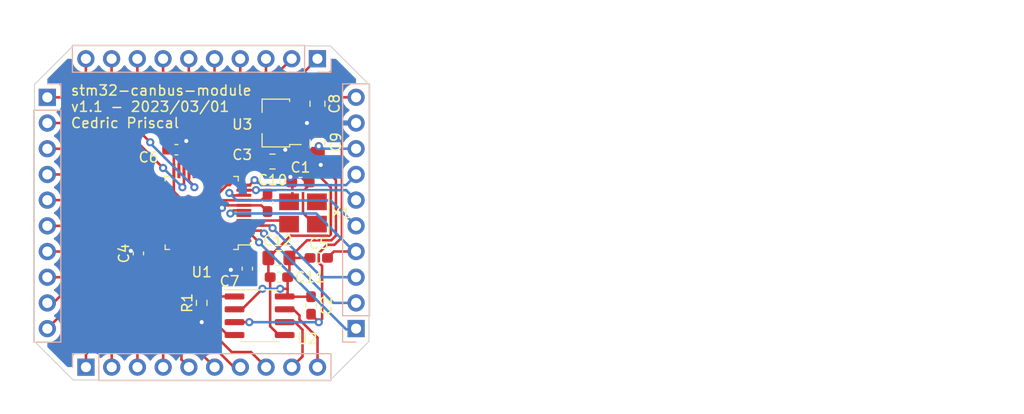
<source format=kicad_pcb>
(kicad_pcb (version 20221018) (generator pcbnew)
  (layers (0 "F.Cu" signal) (31 "B.Cu" signal) (34 "B.Paste" user) (35 "F.Paste" user) (36 "B.SilkS" user "B.Silkscreen") (37 "F.SilkS" user "F.Silkscreen") (38 "B.Mask" user) (39 "F.Mask" user) (44 "Edge.Cuts" user))
  (net 0 "")
  (net 1 "GND")
  (net 2 "3V3")
  (net 3 "~{RESET}")
  (net 4 "5V")
  (net 5 "PA3")
  (net 6 "PA4")
  (net 7 "PA5")
  (net 8 "PA6")
  (net 9 "PA7")
  (net 10 "PB0")
  (net 11 "PB1")
  (net 12 "PB2")
  (net 13 "PB10")
  (net 14 "PB11")
  (net 15 "PB12")
  (net 16 "PB13")
  (net 17 "PB14")
  (net 18 "PB15")
  (net 19 "PA8")
  (net 20 "PA9")
  (net 21 "PA10")
  (net 22 "PA11")
  (net 23 "PA12")
  (net 24 "SWDIO")
  (net 25 "SWCLK")
  (net 26 "PA15")
  (net 27 "PB3")
  (net 28 "PB4")
  (net 29 "PB5")
  (net 30 "PB6")
  (net 31 "PB7")
  (net 32 "BOOT0")
  (net 33 "PC13")
  (net 34 "PC14")
  (net 35 "PC15")
  (net 36 "PA0")
  (net 37 "PA1")
  (net 38 "PA2")
  (net 41 "CANH")
  (net 42 "CANL")
  (net 43 "8MHZ")
  (net 44 "CAN_RX")
  (net 45 "CAN_TX")
  (footprint "Package_TO_SOT_SMD:SOT-89-3" (layer "F.Cu") (at 152.09 88.415 180)
    (fp_text reference "U3" (at 3.62 -0.14) (layer "F.SilkS"))
    (fp_text value "AP7384-33Y")
    (pad "1" smd rect (at -1.65 -1.5 180) (size 1.3 0.9) (layers "F.Cu" "F.Paste" "F.Mask") (net 2 "3V3"))
    (pad "2" smd custom (at -1.5625 0 180) (size 1.475 0.9) (layers "F.Cu" "F.Paste" "F.Mask") (net 1 "GND") (options (clearance outline) (anchor rect)) (primitives (gr_poly (pts (xy 3.8625 0.8665) (xy 0.7375 0.8665) (xy 0.7375 -0.8665) (xy 3.8625 -0.8665)) (width 0) (fill yes))))
    (pad "3" smd rect (at -1.65 1.5 180) (size 1.3 0.9) (layers "F.Cu" "F.Paste" "F.Mask") (net 4 "5V"))
  )
  (footprint "Capacitor_SMD:C_0805_2012Metric_Pad1.18x1.45mm_HandSolder" (layer "F.Cu") (at 151.455 92.225)
    (fp_text reference "C3" (at -2.985 -0.67) (layer "F.SilkS"))
    (fp_text value "4.7uF")
    (pad "1" smd roundrect (at -1.0375 0) (size 1.175 1.45) (layers "F.Cu" "F.Paste" "F.Mask") (roundrect_rratio 0.212766) (net 2 "3V3"))
    (pad "2" smd roundrect (at 1.0375 0) (size 1.175 1.45) (layers "F.Cu" "F.Paste" "F.Mask") (roundrect_rratio 0.212766) (net 1 "GND"))
  )
  (footprint "Resistor_SMD:R_0603_1608Metric_Pad0.98x0.95mm_HandSolder" (layer "F.Cu") (at 144.47 106.195 90)
    (fp_text reference "R1" (at 0 -1.43 90) (layer "F.SilkS"))
    (fp_text value "10k")
    (pad "1" smd roundrect (at -0.9125 0 90) (size 0.975 0.95) (layers "F.Cu" "F.Paste" "F.Mask") (net 1 "GND"))
    (pad "2" smd roundrect (at 0.9125 0 90) (size 0.975 0.95) (layers "F.Cu" "F.Paste" "F.Mask") (net 32 "BOOT0"))
  )
  (footprint "Oscillator:Oscillator_SMD_Abracon_ASE-4Pin_3.2x2.5mm_HandSoldering" (layer "F.Cu") (at 154.47 97.305 180)
    (fp_text reference "X1" (at -3.75 0 180) (layer "F.SilkS"))
    (fp_text value "ASE-8.000MHZ-LC-T")
    (pad "1" smd rect (at -1.375 1.1 180) (size 1.95 1.65) (layers "F.Cu" "F.Paste" "F.Mask"))
    (pad "2" smd rect (at 1.375 1.1 180) (size 1.95 1.65) (layers "F.Cu" "F.Paste" "F.Mask") (net 1 "GND"))
    (pad "3" smd rect (at 1.375 -1.1 180) (size 1.95 1.65) (layers "F.Cu" "F.Paste" "F.Mask") (net 43 "8MHZ"))
    (pad "4" smd rect (at -1.375 -1.1 180) (size 1.95 1.65) (layers "F.Cu" "F.Paste" "F.Mask") (net 2 "3V3"))
  )
  (footprint "Capacitor_SMD:C_0603_1608Metric_Pad1.08x0.95mm_HandSolder" (layer "F.Cu") (at 155.265 106.449 90)
    (fp_text reference "C2" (at 0 1.524 90) (layer "F.SilkS"))
    (fp_text value "100nF")
    (pad "1" smd roundrect (at -0.8625 0 90) (size 1.075 0.95) (layers "F.Cu" "F.Paste" "F.Mask") (net 4 "5V"))
    (pad "2" smd roundrect (at 0.8625 0 90) (size 1.075 0.95) (layers "F.Cu" "F.Paste" "F.Mask") (net 1 "GND"))
  )
  (footprint "Capacitor_SMD:C_0805_2012Metric_Pad1.18x1.45mm_HandSolder" (layer "F.Cu") (at 152.09 101.75)
    (fp_text reference "C12" (at -0.12 -1.695) (layer "F.SilkS"))
    (fp_text value "22uF")
    (pad "1" smd roundrect (at -1.0375 0) (size 1.175 1.45) (layers "F.Cu" "F.Paste" "F.Mask") (roundrect_rratio 0.212766) (net 2 "3V3"))
    (pad "2" smd roundrect (at 1.0375 0) (size 1.175 1.45) (layers "F.Cu" "F.Paste" "F.Mask") (roundrect_rratio 0.212766) (net 1 "GND"))
  )
  (footprint "Capacitor_SMD:C_0603_1608Metric_Pad1.08x0.95mm_HandSolder" (layer "F.Cu") (at 154.22 94.305 180)
    (fp_text reference "C1" (at 0 1.5) (layer "F.SilkS"))
    (fp_text value "10nF")
    (pad "1" smd roundrect (at -0.8625 0 180) (size 1.075 0.95) (layers "F.Cu" "F.Paste" "F.Mask") (net 2 "3V3"))
    (pad "2" smd roundrect (at 0.8625 0 180) (size 1.075 0.95) (layers "F.Cu" "F.Paste" "F.Mask") (net 1 "GND"))
  )
  (footprint "Capacitor_SMD:C_0603_1608Metric_Pad1.08x0.95mm_HandSolder" (layer "F.Cu") (at 148.97 102.805 -90)
    (fp_text reference "C7" (at 1.25 1.75 180) (layer "F.SilkS"))
    (fp_text value "100nF")
    (pad "1" smd roundrect (at -0.8625 0 270) (size 1.075 0.95) (layers "F.Cu" "F.Paste" "F.Mask") (net 2 "3V3"))
    (pad "2" smd roundrect (at 0.8625 0 270) (size 1.075 0.95) (layers "F.Cu" "F.Paste" "F.Mask") (net 1 "GND"))
  )
  (footprint "Capacitor_SMD:C_0805_2012Metric_Pad1.18x1.45mm_HandSolder" (layer "F.Cu") (at 155.9 90.32 90)
    (fp_text reference "C9" (at 0.015 1.82 90) (layer "F.SilkS"))
    (fp_text value "1uF")
    (pad "1" smd roundrect (at -1.0375 0 90) (size 1.175 1.45) (layers "F.Cu" "F.Paste" "F.Mask") (roundrect_rratio 0.212766) (net 2 "3V3"))
    (pad "2" smd roundrect (at 1.0375 0 90) (size 1.175 1.45) (layers "F.Cu" "F.Paste" "F.Mask") (roundrect_rratio 0.212766) (net 1 "GND"))
  )
  (footprint "Capacitor_SMD:C_0603_1608Metric_Pad1.08x0.95mm_HandSolder" (layer "F.Cu") (at 156.027 101.75 180)
    (fp_text reference "C5" (at 0 1.397 180) (layer "F.SilkS"))
    (fp_text value "100nF")
    (pad "1" smd roundrect (at -0.8625 0 180) (size 1.075 0.95) (layers "F.Cu" "F.Paste" "F.Mask") (net 3 "~{RESET}"))
    (pad "2" smd roundrect (at 0.8625 0 180) (size 1.075 0.95) (layers "F.Cu" "F.Paste" "F.Mask") (net 1 "GND"))
  )
  (footprint "Capacitor_SMD:C_0603_1608Metric_Pad1.08x0.95mm_HandSolder" (layer "F.Cu") (at 141.97 91.055)
    (fp_text reference "C6" (at -2.75 0.75) (layer "F.SilkS"))
    (fp_text value "100nF")
    (pad "1" smd roundrect (at -0.8625 0) (size 1.075 0.95) (layers "F.Cu" "F.Paste" "F.Mask") (net 2 "3V3"))
    (pad "2" smd roundrect (at 0.8625 0) (size 1.075 0.95) (layers "F.Cu" "F.Paste" "F.Mask") (net 1 "GND"))
  )
  (footprint "Package_QFP:LQFP-48_7x7mm_P0.5mm" (layer "F.Cu") (at 144.47 97.305 180)
    (fp_text reference "U1" (at 0 -5.85) (layer "F.SilkS"))
    (fp_text value "STM32L431CCTx")
    (pad "1" smd roundrect (at -4.1625 -2.75 180) (size 1.475 0.3) (layers "F.Cu" "F.Paste" "F.Mask") (net 2 "3V3"))
    (pad "2" smd roundrect (at -4.1625 -2.25 180) (size 1.475 0.3) (layers "F.Cu" "F.Paste" "F.Mask") (net 33 "PC13"))
    (pad "3" smd roundrect (at -4.1625 -1.75 180) (size 1.475 0.3) (layers "F.Cu" "F.Paste" "F.Mask") (net 34 "PC14"))
    (pad "4" smd roundrect (at -4.1625 -1.25 180) (size 1.475 0.3) (layers "F.Cu" "F.Paste" "F.Mask") (net 35 "PC15"))
    (pad "5" smd roundrect (at -4.1625 -0.75 180) (size 1.475 0.3) (layers "F.Cu" "F.Paste" "F.Mask") (net 43 "8MHZ"))
    (pad "6" smd roundrect (at -4.1625 -0.25 180) (size 1.475 0.3) (layers "F.Cu" "F.Paste" "F.Mask"))
    (pad "7" smd roundrect (at -4.1625 0.25 180) (size 1.475 0.3) (layers "F.Cu" "F.Paste" "F.Mask") (net 3 "~{RESET}"))
    (pad "8" smd roundrect (at -4.1625 0.75 180) (size 1.475 0.3) (layers "F.Cu" "F.Paste" "F.Mask") (net 1 "GND"))
    (pad "9" smd roundrect (at -4.1625 1.25 180) (size 1.475 0.3) (layers "F.Cu" "F.Paste" "F.Mask") (net 2 "3V3"))
    (pad "10" smd roundrect (at -4.1625 1.75 180) (size 1.475 0.3) (layers "F.Cu" "F.Paste" "F.Mask") (net 36 "PA0"))
    (pad "11" smd roundrect (at -4.1625 2.25 180) (size 1.475 0.3) (layers "F.Cu" "F.Paste" "F.Mask") (net 37 "PA1"))
    (pad "12" smd roundrect (at -4.1625 2.75 180) (size 1.475 0.3) (layers "F.Cu" "F.Paste" "F.Mask") (net 38 "PA2"))
    (pad "13" smd roundrect (at -2.75 4.1625 180) (size 0.3 1.475) (layers "F.Cu" "F.Paste" "F.Mask") (net 5 "PA3"))
    (pad "14" smd roundrect (at -2.25 4.1625 180) (size 0.3 1.475) (layers "F.Cu" "F.Paste" "F.Mask") (net 6 "PA4"))
    (pad "15" smd roundrect (at -1.75 4.1625 180) (size 0.3 1.475) (layers "F.Cu" "F.Paste" "F.Mask") (net 7 "PA5"))
    (pad "16" smd roundrect (at -1.25 4.1625 180) (size 0.3 1.475) (layers "F.Cu" "F.Paste" "F.Mask") (net 8 "PA6"))
    (pad "17" smd roundrect (at -0.75 4.1625 180) (size 0.3 1.475) (layers "F.Cu" "F.Paste" "F.Mask") (net 9 "PA7"))
    (pad "18" smd roundrect (at -0.25 4.1625 180) (size 0.3 1.475) (layers "F.Cu" "F.Paste" "F.Mask") (net 10 "PB0"))
    (pad "19" smd roundrect (at 0.25 4.1625 180) (size 0.3 1.475) (layers "F.Cu" "F.Paste" "F.Mask") (net 11 "PB1"))
    (pad "20" smd roundrect (at 0.75 4.1625 180) (size 0.3 1.475) (layers "F.Cu" "F.Paste" "F.Mask") (net 12 "PB2"))
    (pad "21" smd roundrect (at 1.25 4.1625 180) (size 0.3 1.475) (layers "F.Cu" "F.Paste" "F.Mask") (net 13 "PB10"))
    (pad "22" smd roundrect (at 1.75 4.1625 180) (size 0.3 1.475) (layers "F.Cu" "F.Paste" "F.Mask") (net 14 "PB11"))
    (pad "23" smd roundrect (at 2.25 4.1625 180) (size 0.3 1.475) (layers "F.Cu" "F.Paste" "F.Mask") (net 1 "GND"))
    (pad "24" smd roundrect (at 2.75 4.1625 180) (size 0.3 1.475) (layers "F.Cu" "F.Paste" "F.Mask") (net 2 "3V3"))
    (pad "25" smd roundrect (at 4.1625 2.75 180) (size 1.475 0.3) (layers "F.Cu" "F.Paste" "F.Mask") (net 15 "PB12"))
    (pad "26" smd roundrect (at 4.1625 2.25 180) (size 1.475 0.3) (layers "F.Cu" "F.Paste" "F.Mask") (net 16 "PB13"))
    (pad "27" smd roundrect (at 4.1625 1.75 180) (size 1.475 0.3) (layers "F.Cu" "F.Paste" "F.Mask") (net 17 "PB14"))
    (pad "28" smd roundrect (at 4.1625 1.25 180) (size 1.475 0.3) (layers "F.Cu" "F.Paste" "F.Mask") (net 18 "PB15"))
    (pad "29" smd roundrect (at 4.1625 0.75 180) (size 1.475 0.3) (layers "F.Cu" "F.Paste" "F.Mask") (net 19 "PA8"))
    (pad "30" smd roundrect (at 4.1625 0.25 180) (size 1.475 0.3) (layers "F.Cu" "F.Paste" "F.Mask") (net 20 "PA9"))
    (pad "31" smd roundrect (at 4.1625 -0.25 180) (size 1.475 0.3) (layers "F.Cu" "F.Paste" "F.Mask") (net 21 "PA10"))
    (pad "32" smd roundrect (at 4.1625 -0.75 180) (size 1.475 0.3) (layers "F.Cu" "F.Paste" "F.Mask") (net 22 "PA11"))
    (pad "33" smd roundrect (at 4.1625 -1.25 180) (size 1.475 0.3) (layers "F.Cu" "F.Paste" "F.Mask") (net 23 "PA12"))
    (pad "34" smd roundrect (at 4.1625 -1.75 180) (size 1.475 0.3) (layers "F.Cu" "F.Paste" "F.Mask") (net 24 "SWDIO"))
    (pad "35" smd roundrect (at 4.1625 -2.25 180) (size 1.475 0.3) (layers "F.Cu" "F.Paste" "F.Mask") (net 1 "GND"))
    (pad "36" smd roundrect (at 4.1625 -2.75 180) (size 1.475 0.3) (layers "F.Cu" "F.Paste" "F.Mask") (net 2 "3V3"))
    (pad "37" smd roundrect (at 2.75 -4.1625 180) (size 0.3 1.475) (layers "F.Cu" "F.Paste" "F.Mask") (net 25 "SWCLK"))
    (pad "38" smd roundrect (at 2.25 -4.1625 180) (size 0.3 1.475) (layers "F.Cu" "F.Paste" "F.Mask") (net 26 "PA15"))
    (pad "39" smd roundrect (at 1.75 -4.1625 180) (size 0.3 1.475) (layers "F.Cu" "F.Paste" "F.Mask") (net 27 "PB3"))
    (pad "40" smd roundrect (at 1.25 -4.1625 180) (size 0.3 1.475) (layers "F.Cu" "F.Paste" "F.Mask") (net 28 "PB4"))
    (pad "41" smd roundrect (at 0.75 -4.1625 180) (size 0.3 1.475) (layers "F.Cu" "F.Paste" "F.Mask") (net 29 "PB5"))
    (pad "42" smd roundrect (at 0.25 -4.1625 180) (size 0.3 1.475) (layers "F.Cu" "F.Paste" "F.Mask") (net 30 "PB6"))
    (pad "43" smd roundrect (at -0.25 -4.1625 180) (size 0.3 1.475) (layers "F.Cu" "F.Paste" "F.Mask") (net 31 "PB7"))
    (pad "44" smd roundrect (at -0.75 -4.1625 180) (size 0.3 1.475) (layers "F.Cu" "F.Paste" "F.Mask") (net 32 "BOOT0"))
    (pad "45" smd roundrect (at -1.25 -4.1625 180) (size 0.3 1.475) (layers "F.Cu" "F.Paste" "F.Mask") (net 44 "CAN_RX"))
    (pad "46" smd roundrect (at -1.75 -4.1625 180) (size 0.3 1.475) (layers "F.Cu" "F.Paste" "F.Mask") (net 45 "CAN_TX"))
    (pad "47" smd roundrect (at -2.25 -4.1625 180) (size 0.3 1.475) (layers "F.Cu" "F.Paste" "F.Mask") (net 1 "GND"))
    (pad "48" smd roundrect (at -2.75 -4.1625 180) (size 0.3 1.475) (layers "F.Cu" "F.Paste" "F.Mask") (net 2 "3V3"))
  )
  (footprint "Capacitor_SMD:C_0805_2012Metric_Pad1.18x1.45mm_HandSolder" (layer "F.Cu") (at 155.9 86.51 -90)
    (fp_text reference "C8" (at 0 -1.68 90) (layer "F.SilkS"))
    (fp_text value "1uF")
    (pad "1" smd roundrect (at -1.0375 0 270) (size 1.175 1.45) (layers "F.Cu" "F.Paste" "F.Mask") (roundrect_rratio 0.212766) (net 4 "5V"))
    (pad "2" smd roundrect (at 1.0375 0 270) (size 1.175 1.45) (layers "F.Cu" "F.Paste" "F.Mask") (roundrect_rratio 0.212766) (net 1 "GND"))
  )
  (footprint "Package_SO:SOIC-8_3.9x4.9mm_P1.27mm" (layer "F.Cu") (at 150.185 107.465)
    (fp_text reference "U2" (at 4.699 2.286) (layer "F.SilkS"))
    (fp_text value "TLE9251")
    (pad "1" smd roundrect (at -2.475 -1.905) (size 1.95 0.6) (layers "F.Cu" "F.Paste" "F.Mask") (net 45 "CAN_TX"))
    (pad "2" smd roundrect (at -2.475 -0.635) (size 1.95 0.6) (layers "F.Cu" "F.Paste" "F.Mask") (net 1 "GND"))
    (pad "3" smd roundrect (at -2.475 0.635) (size 1.95 0.6) (layers "F.Cu" "F.Paste" "F.Mask") (net 4 "5V"))
    (pad "4" smd roundrect (at -2.475 1.905) (size 1.95 0.6) (layers "F.Cu" "F.Paste" "F.Mask") (net 44 "CAN_RX"))
    (pad "5" smd roundrect (at 2.475 1.905) (size 1.95 0.6) (layers "F.Cu" "F.Paste" "F.Mask") (net 2 "3V3"))
    (pad "6" smd roundrect (at 2.475 0.635) (size 1.95 0.6) (layers "F.Cu" "F.Paste" "F.Mask") (net 42 "CANL"))
    (pad "7" smd roundrect (at 2.475 -0.635) (size 1.95 0.6) (layers "F.Cu" "F.Paste" "F.Mask") (net 41 "CANH"))
    (pad "8" smd roundrect (at 2.475 -1.905) (size 1.95 0.6) (layers "F.Cu" "F.Paste" "F.Mask") (net 1 "GND"))
  )
  (footprint "Capacitor_SMD:C_0603_1608Metric_Pad1.08x0.95mm_HandSolder" (layer "F.Cu") (at 138.22 101.305 90)
    (fp_text reference "C4" (at 0 -1.43 90) (layer "F.SilkS"))
    (fp_text value "100nF")
    (pad "1" smd roundrect (at -0.8625 0 90) (size 1.075 0.95) (layers "F.Cu" "F.Paste" "F.Mask") (net 2 "3V3"))
    (pad "2" smd roundrect (at 0.8625 0 90) (size 1.075 0.95) (layers "F.Cu" "F.Paste" "F.Mask") (net 1 "GND"))
  )
  (footprint "Capacitor_SMD:C_0603_1608Metric_Pad1.08x0.95mm_HandSolder" (layer "F.Cu") (at 150.97 96.305 -90)
    (fp_text reference "C10" (at -2.25 -0.5) (layer "F.SilkS"))
    (fp_text value "100nF")
    (pad "1" smd roundrect (at -0.8625 0 270) (size 1.075 0.95) (layers "F.Cu" "F.Paste" "F.Mask") (net 2 "3V3"))
    (pad "2" smd roundrect (at 0.8625 0 270) (size 1.075 0.95) (layers "F.Cu" "F.Paste" "F.Mask") (net 1 "GND"))
  )
  (footprint "Capacitor_SMD:C_0603_1608Metric_Pad1.08x0.95mm_HandSolder" (layer "F.Cu") (at 152.09 103.655)
    (fp_text reference "C11" (at 3.048 0) (layer "F.SilkS"))
    (fp_text value "100nF")
    (pad "1" smd roundrect (at -0.8625 0) (size 1.075 0.95) (layers "F.Cu" "F.Paste" "F.Mask") (net 2 "3V3"))
    (pad "2" smd roundrect (at 0.8625 0) (size 1.075 0.95) (layers "F.Cu" "F.Paste" "F.Mask") (net 1 "GND"))
  )
  (footprint "Connector_PinHeader_2.54mm:PinHeader_1x10_P2.54mm_Vertical" (layer "B.Cu") (at 133.045 112.545 -90)
    (fp_text reference "J7" hide)
    (fp_text value "Conn_01x10")
    (pad "1" thru_hole rect (at 0 0 270) (size 1.7 1.7) (drill 1) (layers "*.Cu" "*.Mask") (net 25 "SWCLK"))
    (pad "2" thru_hole oval (at 0 -2.54 270) (size 1.7 1.7) (drill 1) (layers "*.Cu" "*.Mask") (net 26 "PA15"))
    (pad "3" thru_hole oval (at 0 -5.08 270) (size 1.7 1.7) (drill 1) (layers "*.Cu" "*.Mask") (net 27 "PB3"))
    (pad "4" thru_hole oval (at 0 -7.62 270) (size 1.7 1.7) (drill 1) (layers "*.Cu" "*.Mask") (net 28 "PB4"))
    (pad "5" thru_hole oval (at 0 -10.16 270) (size 1.7 1.7) (drill 1) (layers "*.Cu" "*.Mask") (net 29 "PB5"))
    (pad "6" thru_hole oval (at 0 -12.7 270) (size 1.7 1.7) (drill 1) (layers "*.Cu" "*.Mask") (net 30 "PB6"))
    (pad "7" thru_hole oval (at 0 -15.24 270) (size 1.7 1.7) (drill 1) (layers "*.Cu" "*.Mask") (net 31 "PB7"))
    (pad "8" thru_hole oval (at 0 -17.78 270) (size 1.7 1.7) (drill 1) (layers "*.Cu" "*.Mask") (net 32 "BOOT0"))
    (pad "9" thru_hole oval (at 0 -20.32 270) (size 1.7 1.7) (drill 1) (layers "*.Cu" "*.Mask") (net 42 "CANL"))
    (pad "10" thru_hole oval (at 0 -22.86 270) (size 1.7 1.7) (drill 1) (layers "*.Cu" "*.Mask") (net 41 "CANH"))
  )
  (footprint "Connector_PinHeader_2.54mm:PinHeader_1x10_P2.54mm_Vertical" (layer "B.Cu") (at 159.71 108.735)
    (fp_text reference "J11" hide)
    (fp_text value "Conn_01x10")
    (pad "1" thru_hole rect (at 0 0) (size 1.7 1.7) (drill 1) (layers "*.Cu" "*.Mask") (net 33 "PC13"))
    (pad "2" thru_hole oval (at 0 -2.54) (size 1.7 1.7) (drill 1) (layers "*.Cu" "*.Mask") (net 34 "PC14"))
    (pad "3" thru_hole oval (at 0 -5.08) (size 1.7 1.7) (drill 1) (layers "*.Cu" "*.Mask") (net 35 "PC15"))
    (pad "4" thru_hole oval (at 0 -7.62) (size 1.7 1.7) (drill 1) (layers "*.Cu" "*.Mask") (net 3 "~{RESET}"))
    (pad "5" thru_hole oval (at 0 -10.16) (size 1.7 1.7) (drill 1) (layers "*.Cu" "*.Mask") (net 36 "PA0"))
    (pad "6" thru_hole oval (at 0 -12.7) (size 1.7 1.7) (drill 1) (layers "*.Cu" "*.Mask") (net 37 "PA1"))
    (pad "7" thru_hole oval (at 0 -15.24) (size 1.7 1.7) (drill 1) (layers "*.Cu" "*.Mask") (net 38 "PA2"))
    (pad "8" thru_hole oval (at 0 -17.78) (size 1.7 1.7) (drill 1) (layers "*.Cu" "*.Mask") (net 2 "3V3"))
    (pad "9" thru_hole oval (at 0 -20.32) (size 1.7 1.7) (drill 1) (layers "*.Cu" "*.Mask") (net 1 "GND"))
    (pad "10" thru_hole oval (at 0 -22.86) (size 1.7 1.7) (drill 1) (layers "*.Cu" "*.Mask") (net 4 "5V"))
  )
  (footprint "Connector_PinHeader_2.54mm:PinHeader_1x10_P2.54mm_Vertical" (layer "B.Cu") (at 129.23 85.88 180)
    (fp_text reference "J6" hide)
    (fp_text value "Conn_01x10")
    (pad "1" thru_hole rect (at 0 0 180) (size 1.7 1.7) (drill 1) (layers "*.Cu" "*.Mask") (net 15 "PB12"))
    (pad "2" thru_hole oval (at 0 -2.54 180) (size 1.7 1.7) (drill 1) (layers "*.Cu" "*.Mask") (net 16 "PB13"))
    (pad "3" thru_hole oval (at 0 -5.08 180) (size 1.7 1.7) (drill 1) (layers "*.Cu" "*.Mask") (net 17 "PB14"))
    (pad "4" thru_hole oval (at 0 -7.62 180) (size 1.7 1.7) (drill 1) (layers "*.Cu" "*.Mask") (net 18 "PB15"))
    (pad "5" thru_hole oval (at 0 -10.16 180) (size 1.7 1.7) (drill 1) (layers "*.Cu" "*.Mask") (net 19 "PA8"))
    (pad "6" thru_hole oval (at 0 -12.7 180) (size 1.7 1.7) (drill 1) (layers "*.Cu" "*.Mask") (net 20 "PA9"))
    (pad "7" thru_hole oval (at 0 -15.24 180) (size 1.7 1.7) (drill 1) (layers "*.Cu" "*.Mask") (net 21 "PA10"))
    (pad "8" thru_hole oval (at 0 -17.78 180) (size 1.7 1.7) (drill 1) (layers "*.Cu" "*.Mask") (net 22 "PA11"))
    (pad "9" thru_hole oval (at 0 -20.32 180) (size 1.7 1.7) (drill 1) (layers "*.Cu" "*.Mask") (net 23 "PA12"))
    (pad "10" thru_hole oval (at 0 -22.86 180) (size 1.7 1.7) (drill 1) (layers "*.Cu" "*.Mask") (net 24 "SWDIO"))
  )
  (footprint "Connector_PinHeader_2.54mm:PinHeader_1x10_P2.54mm_Vertical" (layer "B.Cu") (at 155.895 82.065 90)
    (fp_text reference "J5" hide)
    (fp_text value "Conn_01x10")
    (pad "1" thru_hole rect (at 0 0 90) (size 1.7 1.7) (drill 1) (layers "*.Cu" "*.Mask") (net 5 "PA3"))
    (pad "2" thru_hole oval (at 0 -2.54 90) (size 1.7 1.7) (drill 1) (layers "*.Cu" "*.Mask") (net 6 "PA4"))
    (pad "3" thru_hole oval (at 0 -5.08 90) (size 1.7 1.7) (drill 1) (layers "*.Cu" "*.Mask") (net 7 "PA5"))
    (pad "4" thru_hole oval (at 0 -7.62 90) (size 1.7 1.7) (drill 1) (layers "*.Cu" "*.Mask") (net 8 "PA6"))
    (pad "5" thru_hole oval (at 0 -10.16 90) (size 1.7 1.7) (drill 1) (layers "*.Cu" "*.Mask") (net 9 "PA7"))
    (pad "6" thru_hole oval (at 0 -12.7 90) (size 1.7 1.7) (drill 1) (layers "*.Cu" "*.Mask") (net 10 "PB0"))
    (pad "7" thru_hole oval (at 0 -15.24 90) (size 1.7 1.7) (drill 1) (layers "*.Cu" "*.Mask") (net 11 "PB1"))
    (pad "8" thru_hole oval (at 0 -17.78 90) (size 1.7 1.7) (drill 1) (layers "*.Cu" "*.Mask") (net 12 "PB2"))
    (pad "9" thru_hole oval (at 0 -20.32 90) (size 1.7 1.7) (drill 1) (layers "*.Cu" "*.Mask") (net 13 "PB10"))
    (pad "10" thru_hole oval (at 0 -22.86 90) (size 1.7 1.7) (drill 1) (layers "*.Cu" "*.Mask") (net 14 "PB11"))
  )
  (gr_line (start 127.96 110.005) (end 127.96 84.605) (stroke (width 0.1)) (layer "Edge.Cuts"))
  (gr_line (start 157.17 80.795) (end 160.98 84.605) (stroke (width 0.1)) (layer "Edge.Cuts"))
  (gr_line (start 131.77 113.815) (end 127.96 110.005) (stroke (width 0.1)) (layer "Edge.Cuts"))
  (gr_line (start 127.96 84.605) (end 131.77 80.795) (stroke (width 0.1)) (layer "Edge.Cuts"))
  (gr_line (start 160.98 110.005) (end 157.17 113.815) (stroke (width 0.1)) (layer "Edge.Cuts"))
  (gr_line (start 131.77 80.795) (end 157.17 80.795) (stroke (width 0.1)) (layer "Edge.Cuts"))
  (gr_line (start 157.17 113.815) (end 131.77 113.815) (stroke (width 0.1)) (layer "Edge.Cuts"))
  (gr_line (start 160.98 84.605) (end 160.98 110.005) (stroke (width 0.1)) (layer "Edge.Cuts"))
  (gr_text "stm32-canbus-module\nv1.1 - 2023/03/01\nCedric Priscal" (at 131.47 86.805) (layer "F.SilkS") (effects (font (size 1 1)) (justify left)))
  (segment (start 153.42 96.48) (end 153.419999 94.6175) (width 0.25) (layer "F.Cu") (net 1))
  (segment (start 138.22 100.4425) (end 138.0825 100.4425) (width 0.25) (layer "F.Cu") (net 1))
  (segment (start 153.1275 101.75) (end 154.39625 100.48125) (width 0.25) (layer "F.Cu") (net 1))
  (segment (start 148.97 103.6675) (end 148.0825 103.6675) (width 0.25) (layer "F.Cu") (net 1))
  (segment (start 139.1075 99.555) (end 138.22 100.4425) (width 0.25) (layer "F.Cu") (net 1))
  (segment (start 148.0825 103.6675) (end 147.345 102.93) (width 0.25) (layer "F.Cu") (net 1))
  (segment (start 146.72 102.305) (end 146.72 101.4675) (width 0.25) (layer "F.Cu") (net 1))
  (segment (start 153.22 93.74712) (end 153.22 94.4175) (width 0.25) (layer "F.Cu") (net 1))
  (segment (start 155.9 89.2825) (end 155.9 88.415) (width 0.25) (layer "F.Cu") (net 1))
  (segment (start 153.419999 94.6175) (end 153.3575 94.555) (width 0.25) (layer "F.Cu") (net 1))
  (segment (start 157.72 99.555) (end 157.72 94.055) (width 0.25) (layer "F.Cu") (net 1))
  (segment (start 154.39625 100.48125) (end 154.8725 100.005) (width 0.25) (layer "F.Cu") (net 1))
  (segment (start 138.0825 100.4425) (end 137.47 101.055) (width 0.25) (layer "F.Cu") (net 1))
  (segment (start 154.8725 100.005) (end 157.27 100.005) (width 0.25) (layer "F.Cu") (net 1))
  (segment (start 155.9 87.5475) (end 155.9 88.415) (width 0.25) (layer "F.Cu") (net 1))
  (segment (start 155.265 105.5865) (end 152.6865 105.5865) (width 0.25) (layer "F.Cu") (net 1))
  (segment (start 142.8325 90.3065) (end 142.946 90.193) (width 0.25) (layer "F.Cu") (net 1))
  (segment (start 152.6865 105.5865) (end 152.66 105.56) (width 0.25) (layer "F.Cu") (net 1))
  (segment (start 140.3075 99.555) (end 139.1075 99.555) (width 0.25) (layer "F.Cu") (net 1))
  (segment (start 148.445 106.83) (end 150.47 104.805) (width 0.25) (layer "F.Cu") (net 1))
  (segment (start 148.6325 96.555) (end 150.3575 96.555) (width 0.25) (layer "F.Cu") (net 1))
  (segment (start 146.47 96.805) (end 146.72 96.555) (width 0.25) (layer "F.Cu") (net 1))
  (segment (start 154.86 88.415) (end 153.6525 88.415) (width 0.25) (layer "F.Cu") (net 1))
  (segment (start 155.1645 101.75) (end 153.1275 101.75) (width 0.25) (layer "F.Cu") (net 1))
  (segment (start 153.1275 101.75) (end 153.1275 103.48) (width 0.25) (layer "F.Cu") (net 1))
  (segment (start 152.22 104.805) (end 152.935 104.805) (width 0.25) (layer "F.Cu") (net 1))
  (segment (start 147.71 106.83) (end 148.445 106.83) (width 0.25) (layer "F.Cu") (net 1))
  (segment (start 142.22 93.1425) (end 142.22 91.6675) (width 0.25) (layer "F.Cu") (net 1))
  (segment (start 153.1275 103.48) (end 152.9525 103.655) (width 0.25) (layer "F.Cu") (net 1))
  (segment (start 144.47 107.1075) (end 144.47 108.1) (width 0.25) (layer "F.Cu") (net 1))
  (segment (start 147.345 102.93) (end 146.72 102.305) (width 0.25) (layer "F.Cu") (net 1))
  (segment (start 152.9525 105.2675) (end 152.66 105.56) (width 0.25) (layer "F.Cu") (net 1))
  (segment (start 155.9 88.415) (end 154.86 88.415) (width 0.25) (layer "F.Cu") (net 1))
  (segment (start 153.22 94.4175) (end 153.3575 94.555) (width 0.25) (layer "F.Cu") (net 1))
  (segment (start 152.9525 104.8225) (end 152.9525 105.2675) (width 0.25) (layer "F.Cu") (net 1))
  (segment (start 150.3575 96.555) (end 150.97 97.1675) (width 0.25) (layer "F.Cu") (net 1))
  (segment (start 152.72 91.9975) (end 152.4925 92.225) (width 0.25) (layer "F.Cu") (net 1))
  (segment (start 152.72 91.055) (end 152.72 91.9975) (width 0.25) (layer "F.Cu") (net 1))
  (segment (start 152.9525 103.655) (end 152.9525 104.8225) (width 0.25) (layer "F.Cu") (net 1))
  (segment (start 152.935 104.805) (end 152.9525 104.8225) (width 0.25) (layer "F.Cu") (net 1))
  (segment (start 142.22 91.6675) (end 142.8325 91.055) (width 0.25) (layer "F.Cu") (net 1))
  (segment (start 146.72 96.555) (end 148.6325 96.555) (width 0.25) (layer "F.Cu") (net 1))
  (segment (start 142.8325 91.055) (end 142.8325 90.3065) (width 0.25) (layer "F.Cu") (net 1))
  (segment (start 157.27 100.005) (end 157.72 99.555) (width 0.25) (layer "F.Cu") (net 1))
  (segment (start 157.72 94.055) (end 156.22 92.555) (width 0.25) (layer "F.Cu") (net 1))
  (via (at 156.22 92.555) (size 0.8) (drill 0.4) (layers "F.Cu" "B.Cu") (net 1))
  (via (at 137.47 101.055) (size 0.8) (drill 0.4) (layers "F.Cu" "B.Cu") (net 1))
  (via (at 147.345 102.93) (size 0.8) (drill 0.4) (layers "F.Cu" "B.Cu") (net 1))
  (via (at 142.946 90.193) (size 0.8) (drill 0.4) (layers "F.Cu" "B.Cu") (net 1))
  (via (at 144.47 108.1) (size 0.8) (drill 0.4) (layers "F.Cu" "B.Cu") (net 1))
  (via (at 150.47 104.805) (size 0.8) (drill 0.4) (layers "F.Cu" "B.Cu") (net 1))
  (via (at 152.72 91.055) (size 0.8) (drill 0.4) (layers "F.Cu" "B.Cu") (net 1))
  (via (at 152.22 104.805) (size 0.8) (drill 0.4) (layers "F.Cu" "B.Cu") (net 1))
  (via (at 146.47 96.805) (size 0.8) (drill 0.4) (layers "F.Cu" "B.Cu") (net 1))
  (via (at 153.22 93.74712) (size 0.8) (drill 0.4) (layers "F.Cu" "B.Cu") (net 1))
  (via (at 154.86 88.415) (size 0.8) (drill 0.4) (layers "F.Cu" "B.Cu") (net 1))
  (segment (start 150.47 104.805) (end 152.22 104.805) (width 0.25) (layer "B.Cu") (net 1))
  (segment (start 140.3075 100.055) (end 142.72 100.055) (width 0.25) (layer "F.Cu") (net 2))
  (segment (start 144.944695 97.305) (end 144.47 97.305) (width 0.25) (layer "F.Cu") (net 2))
  (segment (start 157.22 94.805) (end 157.22 99.418604) (width 0.25) (layer "F.Cu") (net 2))
  (segment (start 144.47 97.055) (end 146.472178 95.052822) (width 0.25) (layer "F.Cu") (net 2))
  (segment (start 153.74 91.325) (end 157.22 94.805) (width 0.25) (layer "F.Cu") (net 2))
  (segment (start 142.72 100.055) (end 144.47 98.305) (width 0.25) (layer "F.Cu") (net 2))
  (segment (start 147.22 100.055) (end 144.47 97.305) (width 0.25) (layer "F.Cu") (net 2))
  (segment (start 154.47 97.305) (end 154.47 95.1675) (width 0.25) (layer "F.Cu") (net 2))
  (segment (start 144.47 97.305) (end 144.47 97.055) (width 0.25) (layer "F.Cu") (net 2))
  (segment (start 147.695 101.9425) (end 147.22 101.4675) (width 0.25) (layer "F.Cu") (net 2))
  (segment (start 148.6325 96.055) (end 146.194695 96.055) (width 0.25) (layer "F.Cu") (net 2))
  (segment (start 153.74 93.2125) (end 155.0825 94.555) (width 0.25) (layer "F.Cu") (net 2))
  (segment (start 148.6325 100.055) (end 147.22 100.055) (width 0.25) (layer "F.Cu") (net 2))
  (segment (start 151.0525 103.48) (end 151.2275 103.655) (width 0.25) (layer "F.Cu") (net 2))
  (segment (start 155.1825 91.3575) (end 155.9 91.3575) (width 0.25) (layer "F.Cu") (net 2))
  (segment (start 152.7275 89.915) (end 150.4175 92.225) (width 0.25) (layer "F.Cu") (net 2))
  (segment (start 155.295 98.13) (end 154.47 97.305) (width 0.25) (layer "F.Cu") (net 2))
  (segment (start 151.2275 108.5075) (end 151.2275 103.655) (width 0.25) (layer "F.Cu") (net 2))
  (segment (start 138.22 102.1675) (end 138.22 102.1425) (width 0.25) (layer "F.Cu") (net 2))
  (segment (start 147.22 101.4675) (end 147.22 100.055) (width 0.25) (layer "F.Cu") (net 2))
  (segment (start 141.72 95.19) (end 143.835 97.305) (width 0.25) (layer "F.Cu") (net 2))
  (segment (start 148.6325 96.055) (end 150.3575 96.055) (width 0.25) (layer "F.Cu") (net 2))
  (segment (start 154.47 95.1675) (end 155.0825 94.555) (width 0.25) (layer "F.Cu") (net 2))
  (segment (start 141.72 93.1425) (end 141.72 95.19) (width 0.25) (layer "F.Cu") (net 2))
  (segment (start 157.22 99.418604) (end 157.083604 99.555) (width 0.25) (layer "F.Cu") (net 2))
  (segment (start 151.0525 101.75) (end 151.0525 103.48) (width 0.25) (layer "F.Cu") (net 2))
  (segment (start 153.2475 99.555) (end 151.0525 101.75) (width 0.25) (layer "F.Cu") (net 2))
  (segment (start 149.55 92.225) (end 150.4175 92.225) (width 0.25) (layer "F.Cu") (net 2))
  (segment (start 146.472178 95.052822) (end 146.472178 95.030195) (width 0.25) (layer "F.Cu") (net 2))
  (segment (start 156.027 90.701) (end 156.027 91.2305) (width 0.25) (layer "F.Cu") (net 2))
  (segment (start 156.3025 90.955) (end 155.9 91.3575) (width 0.25) (layer "F.Cu") (net 2))
  (segment (start 153.74 89.915) (end 153.74 91.325) (width 0.25) (layer "F.Cu") (net 2))
  (segment (start 141.72 91.6675) (end 141.1075 91.055) (width 0.25) (layer "F.Cu") (net 2))
  (segment (start 146.194695 96.055) (end 144.944695 97.305) (width 0.25) (layer "F.Cu") (net 2))
  (segment (start 148.97 101.9425) (end 147.695 101.9425) (width 0.25) (layer "F.Cu") (net 2))
  (segment (start 152.09 109.37) (end 151.2275 108.5075) (width 0.25) (layer "F.Cu") (net 2))
  (segment (start 153.74 89.915) (end 152.7275 89.915) (width 0.25) (layer "F.Cu") (net 2))
  (segment (start 152.66 109.37) (end 152.09 109.37) (width 0.25) (layer "F.Cu") (net 2))
  (segment (start 144.47 98.305) (end 144.47 97.305) (width 0.25) (layer "F.Cu") (net 2))
  (segment (start 155.52 98.13) (end 155.295 98.13) (width 0.25) (layer "F.Cu") (net 2))
  (segment (start 146.472178 95.030195) (end 146.947373 94.555) (width 0.25) (layer "F.Cu") (net 2))
  (segment (start 153.74 89.915) (end 153.74 93.2125) (width 0.25) (layer "F.Cu") (net 2))
  (segment (start 150.3575 96.055) (end 150.97 95.4425) (width 0.25) (layer "F.Cu") (net 2))
  (segment (start 153.74 89.915) (end 155.1825 91.3575) (width 0.25) (layer "F.Cu") (net 2))
  (segment (start 141.72 93.1425) (end 141.72 91.6675) (width 0.25) (layer "F.Cu") (net 2))
  (segment (start 146.947373 94.555) (end 147.22 94.555) (width 0.25) (layer "F.Cu") (net 2))
  (segment (start 156.027 91.2305) (end 155.9 91.3575) (width 0.25) (layer "F.Cu") (net 2))
  (segment (start 157.083604 99.555) (end 153.2475 99.555) (width 0.25) (layer "F.Cu") (net 2))
  (segment (start 143.835 97.305) (end 144.47 97.305) (width 0.25) (layer "F.Cu") (net 2))
  (segment (start 147.22 94.555) (end 149.55 92.225) (width 0.25) (layer "F.Cu") (net 2))
  (segment (start 138.22 102.1425) (end 140.3075 100.055) (width 0.25) (layer "F.Cu") (net 2))
  (via (at 156.027 90.701) (size 0.8) (drill 0.4) (layers "F.Cu" "B.Cu") (net 2))
  (segment (start 156.281 90.955) (end 156.027 90.701) (width 0.25) (layer "B.Cu") (net 2))
  (segment (start 159.71 90.955) (end 156.281 90.955) (width 0.25) (layer "B.Cu") (net 2))
  (segment (start 147.606061 97.055) (end 147.301637 97.359424) (width 0.25) (layer "F.Cu") (net 3))
  (segment (start 157.5245 101.115) (end 156.8895 101.75) (width 0.25) (layer "F.Cu") (net 3))
  (segment (start 148.6325 97.055) (end 147.606061 97.055) (width 0.25) (layer "F.Cu") (net 3))
  (segment (start 159.71 101.115) (end 157.5245 101.115) (width 0.25) (layer "F.Cu") (net 3))
  (via (at 147.301637 97.359424) (size 0.8) (drill 0.4) (layers "F.Cu" "B.Cu") (net 3))
  (segment (start 155.774424 97.359424) (end 159.53 101.115) (width 0.25) (layer "B.Cu") (net 3))
  (segment (start 147.301637 97.359424) (end 155.774424 97.359424) (width 0.25) (layer "B.Cu") (net 3))
  (segment (start 159.53 101.115) (end 159.71 101.115) (width 0.25) (layer "B.Cu") (net 3))
  (segment (start 147.71 108.1) (end 149.169 108.1) (width 0.25) (layer "F.Cu") (net 4))
  (segment (start 156.851505 100.455) (end 157.575999 100.455) (width 0.25) (layer "F.Cu") (net 4))
  (segment (start 155.1825 85.4725) (end 153.74 86.915) (width 0.25) (layer "F.Cu") (net 4))
  (segment (start 156.027 108.0735) (end 155.265 107.3115) (width 0.25) (layer "F.Cu") (net 4))
  (segment (start 156.027 108.1) (end 156.356505 107.770495) (width 0.25) (layer "F.Cu") (net 4))
  (segment (start 156.027 108.1) (end 156.027 108.0735) (width 0.25) (layer "F.Cu") (net 4))
  (segment (start 158.313 85.875) (end 159.71 85.875) (width 0.25) (layer "F.Cu") (net 4))
  (segment (start 155.9 85.4725) (end 155.1825 85.4725) (width 0.25) (layer "F.Cu") (net 4))
  (segment (start 156.027 102.220495) (end 156.027 101.279505) (width 0.25) (layer "F.Cu") (net 4))
  (segment (start 157.575999 100.455) (end 158.313 99.717999) (width 0.25) (layer "F.Cu") (net 4))
  (segment (start 156.3025 85.875) (end 158.313 85.875) (width 0.25) (layer "F.Cu") (net 4))
  (segment (start 156.027 101.279505) (end 156.851505 100.455) (width 0.25) (layer "F.Cu") (net 4))
  (segment (start 158.313 99.717999) (end 158.313 85.875) (width 0.25) (layer "F.Cu") (net 4))
  (segment (start 155.9 85.4725) (end 156.3025 85.875) (width 0.25) (layer "F.Cu") (net 4))
  (segment (start 156.356505 107.770495) (end 156.356505 102.55) (width 0.25) (layer "F.Cu") (net 4))
  (segment (start 156.356505 102.55) (end 156.027 102.220495) (width 0.25) (layer "F.Cu") (net 4))
  (via (at 149.169 108.1) (size 0.8) (drill 0.4) (layers "F.Cu" "B.Cu") (net 4))
  (via (at 156.027 108.1) (size 0.8) (drill 0.4) (layers "F.Cu" "B.Cu") (net 4))
  (segment (start 149.169 108.1) (end 156.027 108.1) (width 0.25) (layer "B.Cu") (net 4))
  (segment (start 147.22 89.305) (end 152.555 83.97) (width 0.25) (layer "F.Cu") (net 5))
  (segment (start 152.555 83.97) (end 153.995 83.97) (width 0.25) (layer "F.Cu") (net 5))
  (segment (start 155.895 82.07) (end 155.895 82.065) (width 0.25) (layer "F.Cu") (net 5))
  (segment (start 147.22 93.1425) (end 147.22 89.305) (width 0.25) (layer "F.Cu") (net 5))
  (segment (start 153.995 83.97) (end 155.895 82.07) (width 0.25) (layer "F.Cu") (net 5))
  (segment (start 146.72 88.705) (end 153.355 82.07) (width 0.25) (layer "F.Cu") (net 6))
  (segment (start 146.72 93.1425) (end 146.72 88.705) (width 0.25) (layer "F.Cu") (net 6))
  (segment (start 153.355 82.07) (end 153.355 82.065) (width 0.25) (layer "F.Cu") (net 6))
  (segment (start 146.22 87.935) (end 150.82 83.335) (width 0.25) (layer "F.Cu") (net 7))
  (segment (start 146.22 93.1425) (end 146.22 87.935) (width 0.25) (layer "F.Cu") (net 7))
  (segment (start 150.815 83.33) (end 150.815 82.065) (width 0.25) (layer "F.Cu") (net 7))
  (segment (start 150.82 83.335) (end 150.815 83.33) (width 0.25) (layer "F.Cu") (net 7))
  (segment (start 145.72 85.895) (end 148.28 83.335) (width 0.25) (layer "F.Cu") (net 8))
  (segment (start 148.28 83.335) (end 148.275 83.33) (width 0.25) (layer "F.Cu") (net 8))
  (segment (start 145.72 93.1425) (end 145.72 85.895) (width 0.25) (layer "F.Cu") (net 8))
  (segment (start 148.275 83.33) (end 148.275 82.065) (width 0.25) (layer "F.Cu") (net 8))
  (segment (start 145.22 84.805) (end 145.735 84.29) (width 0.25) (layer "F.Cu") (net 9))
  (segment (start 145.22 93.1425) (end 145.22 84.805) (width 0.25) (layer "F.Cu") (net 9))
  (segment (start 145.735 84.29) (end 145.735 82.065) (width 0.25) (layer "F.Cu") (net 9))
  (segment (start 143.195 83.33) (end 143.195 82.065) (width 0.25) (layer "F.Cu") (net 10))
  (segment (start 144.72 84.855) (end 143.195 83.33) (width 0.25) (layer "F.Cu") (net 10))
  (segment (start 144.72 93.1425) (end 144.72 84.855) (width 0.25) (layer "F.Cu") (net 10))
  (segment (start 140.655 83.33) (end 140.655 82.065) (width 0.25) (layer "F.Cu") (net 11))
  (segment (start 144.22 86.895) (end 140.655 83.33) (width 0.25) (layer "F.Cu") (net 11))
  (segment (start 144.22 93.1425) (end 144.22 86.895) (width 0.25) (layer "F.Cu") (net 11))
  (segment (start 138.115 83.33) (end 138.115 82.065) (width 0.25) (layer "F.Cu") (net 12))
  (segment (start 143.72 93.1425) (end 143.72 88.935) (width 0.25) (layer "F.Cu") (net 12))
  (segment (start 143.72 88.935) (end 138.115 83.33) (width 0.25) (layer "F.Cu") (net 12))
  (segment (start 143.22 93.1425) (end 143.22 94.15) (width 0.25) (layer "F.Cu") (net 13))
  (segment (start 135.575 86.505) (end 135.575 82.065) (width 0.25) (layer "F.Cu") (net 13))
  (segment (start 139.39 90.32) (end 135.575 86.505) (width 0.25) (layer "F.Cu") (net 13))
  (segment (start 143.835 94.765) (end 143.7455 94.765) (width 0.25) (layer "F.Cu") (net 13))
  (segment (start 143.22 94.15) (end 143.835 94.765) (width 0.25) (layer "F.Cu") (net 13))
  (via (at 139.39 90.32) (size 0.8) (drill 0.4) (layers "F.Cu" "B.Cu") (net 13))
  (via (at 143.7455 94.765) (size 0.8) (drill 0.4) (layers "F.Cu" "B.Cu") (net 13))
  (segment (start 139.39 90.4095) (end 139.39 90.32) (width 0.25) (layer "B.Cu") (net 13))
  (segment (start 143.7455 94.765) (end 139.39 90.4095) (width 0.25) (layer "B.Cu") (net 13))
  (segment (start 133.035 85.235) (end 133.035 82.065) (width 0.25) (layer "F.Cu") (net 14))
  (segment (start 142.565 94.765) (end 142.72 94.61) (width 0.25) (layer "F.Cu") (net 14))
  (segment (start 142.72 94.61) (end 142.72 93.1425) (width 0.25) (layer "F.Cu") (net 14))
  (segment (start 140.66 92.86) (end 133.035 85.235) (width 0.25) (layer "F.Cu") (net 14))
  (via (at 142.565 94.765) (size 0.8) (drill 0.4) (layers "F.Cu" "B.Cu") (net 14))
  (via (at 140.66 92.86) (size 0.8) (drill 0.4) (layers "F.Cu" "B.Cu") (net 14))
  (segment (start 142.565 94.765) (end 140.66 92.86) (width 0.25) (layer "B.Cu") (net 14))
  (segment (start 140.3075 94.555) (end 139.815 94.555) (width 0.25) (layer "F.Cu") (net 15))
  (segment (start 131.14 85.88) (end 129.23 85.88) (width 0.25) (layer "F.Cu") (net 15))
  (segment (start 139.815 94.555) (end 131.14 85.88) (width 0.25) (layer "F.Cu") (net 15))
  (segment (start 140.3075 95.055) (end 137.775 95.055) (width 0.25) (layer "F.Cu") (net 16))
  (segment (start 131.13 88.42) (end 129.23 88.42) (width 0.25) (layer "F.Cu") (net 16))
  (segment (start 137.775 95.055) (end 131.135 88.415) (width 0.25) (layer "F.Cu") (net 16))
  (segment (start 131.135 88.415) (end 131.13 88.42) (width 0.25) (layer "F.Cu") (net 16))
  (segment (start 140.3075 95.555) (end 135.735 95.555) (width 0.25) (layer "F.Cu") (net 17))
  (segment (start 131.13 90.96) (end 129.23 90.96) (width 0.25) (layer "F.Cu") (net 17))
  (segment (start 131.135 90.955) (end 131.13 90.96) (width 0.25) (layer "F.Cu") (net 17))
  (segment (start 135.735 95.555) (end 131.135 90.955) (width 0.25) (layer "F.Cu") (net 17))
  (segment (start 140.3075 96.055) (end 133.695 96.055) (width 0.25) (layer "F.Cu") (net 18))
  (segment (start 133.695 96.055) (end 131.135 93.495) (width 0.25) (layer "F.Cu") (net 18))
  (segment (start 131.135 93.495) (end 131.13 93.5) (width 0.25) (layer "F.Cu") (net 18))
  (segment (start 131.13 93.5) (end 129.23 93.5) (width 0.25) (layer "F.Cu") (net 18))
  (segment (start 131.955 96.04) (end 129.23 96.04) (width 0.25) (layer "F.Cu") (net 19))
  (segment (start 140.3075 96.555) (end 132.47 96.555) (width 0.25) (layer "F.Cu") (net 19))
  (segment (start 132.47 96.555) (end 131.955 96.04) (width 0.25) (layer "F.Cu") (net 19))
  (segment (start 132.655 97.055) (end 131.13 98.58) (width 0.25) (layer "F.Cu") (net 20))
  (segment (start 131.13 98.58) (end 129.23 98.58) (width 0.25) (layer "F.Cu") (net 20))
  (segment (start 140.3075 97.055) (end 132.655 97.055) (width 0.25) (layer "F.Cu") (net 20))
  (segment (start 131.13 101.12) (end 129.23 101.12) (width 0.25) (layer "F.Cu") (net 21))
  (segment (start 134.695 97.555) (end 131.13 101.12) (width 0.25) (layer "F.Cu") (net 21))
  (segment (start 140.3075 97.555) (end 134.695 97.555) (width 0.25) (layer "F.Cu") (net 21))
  (segment (start 140.3075 98.055) (end 136.735 98.055) (width 0.25) (layer "F.Cu") (net 22))
  (segment (start 131.13 103.66) (end 129.23 103.66) (width 0.25) (layer "F.Cu") (net 22))
  (segment (start 136.735 98.055) (end 131.13 103.66) (width 0.25) (layer "F.Cu") (net 22))
  (segment (start 129.825 106.2) (end 129.23 106.2) (width 0.25) (layer "F.Cu") (net 23))
  (segment (start 140.3075 98.555) (end 137.47 98.555) (width 0.25) (layer "F.Cu") (net 23))
  (segment (start 137.47 98.555) (end 129.825 106.2) (width 0.25) (layer "F.Cu") (net 23))
  (segment (start 140.3075 99.055) (end 138.024505 99.055) (width 0.25) (layer "F.Cu") (net 24))
  (segment (start 130.97 107) (end 129.23 108.74) (width 0.25) (layer "F.Cu") (net 24))
  (segment (start 130.97 106.109505) (end 130.97 107) (width 0.25) (layer "F.Cu") (net 24))
  (segment (start 138.024505 99.055) (end 130.97 106.109505) (width 0.25) (layer "F.Cu") (net 24))
  (segment (start 133.045 111.28) (end 133.045 112.545) (width 0.25) (layer "F.Cu") (net 25))
  (segment (start 141.72 101.4675) (end 141.72 102.595) (width 0.25) (layer "F.Cu") (net 25))
  (segment (start 133.04 111.275) (end 133.045 111.28) (width 0.25) (layer "F.Cu") (net 25))
  (segment (start 141.72 102.595) (end 133.04 111.275) (width 0.25) (layer "F.Cu") (net 25))
  (segment (start 135.585 109.366396) (end 135.585 112.545) (width 0.25) (layer "F.Cu") (net 26))
  (segment (start 142.22 101.4675) (end 142.22 102.731396) (width 0.25) (layer "F.Cu") (net 26))
  (segment (start 142.22 102.731396) (end 135.585 109.366396) (width 0.25) (layer "F.Cu") (net 26))
  (segment (start 142.72 102.867792) (end 138.125 107.462792) (width 0.25) (layer "F.Cu") (net 27))
  (segment (start 142.72 101.4675) (end 142.72 102.867792) (width 0.25) (layer "F.Cu") (net 27))
  (segment (start 138.125 107.462792) (end 138.125 112.545) (width 0.25) (layer "F.Cu") (net 27))
  (segment (start 143.22 101.4675) (end 143.22 103.004188) (width 0.25) (layer "F.Cu") (net 28))
  (segment (start 143.22 103.004188) (end 140.665 105.559188) (width 0.25) (layer "F.Cu") (net 28))
  (segment (start 140.665 105.559188) (end 140.665 112.545) (width 0.25) (layer "F.Cu") (net 28))
  (segment (start 143.72 103.140584) (end 142.47 104.390584) (width 0.25) (layer "F.Cu") (net 29))
  (segment (start 142.47 104.390584) (end 142.47 111.81) (width 0.25) (layer "F.Cu") (net 29))
  (segment (start 142.47 111.81) (end 143.205 112.545) (width 0.25) (layer "F.Cu") (net 29))
  (segment (start 143.72 101.4675) (end 143.72 103.140584) (width 0.25) (layer "F.Cu") (net 29))
  (segment (start 142.97 109.77) (end 145.745 112.545) (width 0.25) (layer "F.Cu") (net 30))
  (segment (start 142.97 104.52698) (end 142.97 109.77) (width 0.25) (layer "F.Cu") (net 30))
  (segment (start 144.22 101.4675) (end 144.22 103.27698) (width 0.25) (layer "F.Cu") (net 30))
  (segment (start 144.22 103.27698) (end 142.97 104.52698) (width 0.25) (layer "F.Cu") (net 30))
  (segment (start 144.72 103.413376) (end 143.47 104.663376) (width 0.25) (layer "F.Cu") (net 31))
  (segment (start 143.47 108.3675) (end 147.6475 112.545) (width 0.25) (layer "F.Cu") (net 31))
  (segment (start 147.6475 112.545) (end 148.285 112.545) (width 0.25) (layer "F.Cu") (net 31))
  (segment (start 144.72 101.4675) (end 144.72 103.413376) (width 0.25) (layer "F.Cu") (net 31))
  (segment (start 143.47 104.663376) (end 143.47 108.3675) (width 0.25) (layer "F.Cu") (net 31))
  (segment (start 145.22 104.5325) (end 145.27 104.5825) (width 0.25) (layer "F.Cu") (net 32))
  (segment (start 147.431396 111.055) (end 149.335 111.055) (width 0.25) (layer "F.Cu") (net 32))
  (segment (start 145.27 104.5825) (end 145.27 108.893604) (width 0.25) (layer "F.Cu") (net 32))
  (segment (start 149.335 111.055) (end 150.825 112.545) (width 0.25) (layer "F.Cu") (net 32))
  (segment (start 145.22 104.5325) (end 144.47 105.2825) (width 0.25) (layer "F.Cu") (net 32))
  (segment (start 145.22 101.4675) (end 145.22 104.5325) (width 0.25) (layer "F.Cu") (net 32))
  (segment (start 145.27 108.893604) (end 147.431396 111.055) (width 0.25) (layer "F.Cu") (net 32))
  (segment (start 149.478673 99.555) (end 150.132735 100.209062) (width 0.25) (layer "F.Cu") (net 33))
  (segment (start 148.6325 99.555) (end 149.478673 99.555) (width 0.25) (layer "F.Cu") (net 33))
  (via (at 150.132735 100.209062) (size 0.8) (drill 0.4) (layers "F.Cu" "B.Cu") (net 33))
  (segment (start 150.132735 100.209062) (end 150.132735 100.217735) (width 0.25) (layer "B.Cu") (net 33))
  (segment (start 158.72 108.805) (end 159.64 108.805) (width 0.25) (layer "B.Cu") (net 33))
  (segment (start 150.132735 100.217735) (end 158.72 108.805) (width 0.25) (layer "B.Cu") (net 33))
  (segment (start 159.64 108.805) (end 159.71 108.735) (width 0.25) (layer "B.Cu") (net 33))
  (segment (start 150.340963 99.055) (end 150.625347 99.339384) (width 0.25) (layer "F.Cu") (net 34))
  (segment (start 148.6325 99.055) (end 150.340963 99.055) (width 0.25) (layer "F.Cu") (net 34))
  (via (at 150.625347 99.339384) (size 0.8) (drill 0.4) (layers "F.Cu" "B.Cu") (net 34))
  (segment (start 157.480963 106.195) (end 159.71 106.195) (width 0.25) (layer "B.Cu") (net 34))
  (segment (start 150.625347 99.339384) (end 157.480963 106.195) (width 0.25) (layer "B.Cu") (net 34))
  (segment (start 148.6325 98.555) (end 151.22 98.555) (width 0.25) (layer "F.Cu") (net 35))
  (segment (start 151.22 98.555) (end 151.47 98.805) (width 0.25) (layer "F.Cu") (net 35))
  (via (at 151.47 98.805) (size 0.8) (drill 0.4) (layers "F.Cu" "B.Cu") (net 35))
  (segment (start 151.47 98.805) (end 156.32 103.655) (width 0.25) (layer "B.Cu") (net 35))
  (segment (start 156.32 103.655) (end 159.71 103.655) (width 0.25) (layer "B.Cu") (net 35))
  (segment (start 147.4445 95.577822) (end 148.609678 95.577822) (width 0.25) (layer "F.Cu") (net 36))
  (segment (start 147.197178 95.3305) (end 147.4445 95.577822) (width 0.25) (layer "F.Cu") (net 36))
  (segment (start 148.609678 95.577822) (end 148.6325 95.555) (width 0.25) (layer "F.Cu") (net 36))
  (via (at 147.197178 95.3305) (size 0.8) (drill 0.4) (layers "F.Cu" "B.Cu") (net 36))
  (segment (start 157.207 96.072) (end 159.71 98.575) (width 0.25) (layer "B.Cu") (net 36))
  (segment (start 147.197178 95.3305) (end 147.938678 96.072) (width 0.25) (layer "B.Cu") (net 36))
  (segment (start 147.938678 96.072) (end 157.207 96.072) (width 0.25) (layer "B.Cu") (net 36))
  (segment (start 148.637563 95.049937) (end 148.6325 95.055) (width 0.25) (layer "F.Cu") (net 37))
  (segment (start 149.822829 95.049937) (end 148.637563 95.049937) (width 0.25) (layer "F.Cu") (net 37))
  (via (at 149.822829 95.049937) (size 0.8) (drill 0.4) (layers "F.Cu" "B.Cu") (net 37))
  (segment (start 149.827892 95.055) (end 158.73 95.055) (width 0.25) (layer "B.Cu") (net 37))
  (segment (start 149.822829 95.049937) (end 149.827892 95.055) (width 0.25) (layer "B.Cu") (net 37))
  (segment (start 158.73 95.055) (end 159.71 96.035) (width 0.25) (layer "B.Cu") (net 37))
  (segment (start 148.6325 94.555) (end 149.22 94.555) (width 0.25) (layer "F.Cu") (net 38))
  (segment (start 149.686156 94.059823) (end 149.190979 94.555) (width 0.25) (layer "F.Cu") (net 38))
  (segment (start 149.190979 94.555) (end 148.6325 94.555) (width 0.25) (layer "F.Cu") (net 38))
  (via (at 149.686156 94.059823) (size 0.8) (drill 0.4) (layers "F.Cu" "B.Cu") (net 38))
  (segment (start 150.353197 94.555) (end 158.72 94.555) (width 0.25) (layer "B.Cu") (net 38))
  (segment (start 150.123134 94.324937) (end 150.353197 94.555) (width 0.25) (layer "B.Cu") (net 38))
  (segment (start 158.72 94.555) (end 159.71 93.565) (width 0.25) (layer "B.Cu") (net 38))
  (segment (start 149.95127 94.324937) (end 150.123134 94.324937) (width 0.25) (layer "B.Cu") (net 38))
  (segment (start 149.686156 94.059823) (end 149.95127 94.324937) (width 0.25) (layer "B.Cu") (net 38))
  (segment (start 159.71 93.565) (end 159.71 93.495) (width 0.25) (layer "B.Cu") (net 38))
  (segment (start 153.515876 106.83) (end 154.122 107.436124) (width 0.25) (layer "F.Cu") (net 41))
  (segment (start 154.122 107.846) (end 155.905 109.629) (width 0.25) (layer "F.Cu") (net 41))
  (segment (start 152.66 106.83) (end 153.515876 106.83) (width 0.25) (layer "F.Cu") (net 41))
  (segment (start 154.122 107.436124) (end 154.122 107.846) (width 0.25) (layer "F.Cu") (net 41))
  (segment (start 155.905 109.629) (end 155.905 112.545) (width 0.25) (layer "F.Cu") (net 41))
  (segment (start 152.66 108.1) (end 153.670355 108.1) (width 0.25) (layer "F.Cu") (net 42))
  (segment (start 154.422678 108.852323) (end 154.422678 111.487322) (width 0.25) (layer "F.Cu") (net 42))
  (segment (start 154.422678 111.487322) (end 153.365 112.545) (width 0.25) (layer "F.Cu") (net 42))
  (segment (start 153.670355 108.1) (end 154.422678 108.852323) (width 0.25) (layer "F.Cu") (net 42))
  (segment (start 153.42 98.13) (end 153.345 98.055) (width 0.25) (layer "F.Cu") (net 43))
  (segment (start 153.345 98.055) (end 148.6325 98.055) (width 0.25) (layer "F.Cu") (net 43))
  (segment (start 147.03 109.37) (end 147.71 109.37) (width 0.25) (layer "F.Cu") (net 44))
  (segment (start 145.72 101.4675) (end 145.72 108.06) (width 0.25) (layer "F.Cu") (net 44))
  (segment (start 145.72 108.06) (end 147.03 109.37) (width 0.25) (layer "F.Cu") (net 44))
  (segment (start 146.375 105.56) (end 147.71 105.56) (width 0.25) (layer "F.Cu") (net 45))
  (segment (start 146.22 101.4675) (end 146.22 105.405) (width 0.25) (layer "F.Cu") (net 45))
  (segment (start 146.22 105.405) (end 146.375 105.56) (width 0.25) (layer "F.Cu") (net 45))
  (zone (net 2) (net_name "3V3") (layer "F.Cu") (connect_pads (clearance 0.508)) (min_thickness 0.254) (fill yes (thermal_gap 0.508) (thermal_bridge_width 0.508))
    (polygon (pts (xy 147.72 100.555) (xy 141.22 100.555) (xy 141.22 94.055) (xy 147.72 94.055)))
  )
  (zone (net 1) (net_name "GND") (layer "B.Cu") (connect_pads (clearance 0.508)) (min_thickness 0.254) (fill yes (thermal_gap 0.508) (thermal_bridge_width 0.508))
    (polygon (pts (xy 159.71 100.555) (xy 149.97 100.555) (xy 149.97 104.555) (xy 146.47 104.555) (xy 146.47 112.545) (xy 129.23 112.545) (xy 129.23 82.065) (xy 159.71 82.065)))
  )
)
</source>
